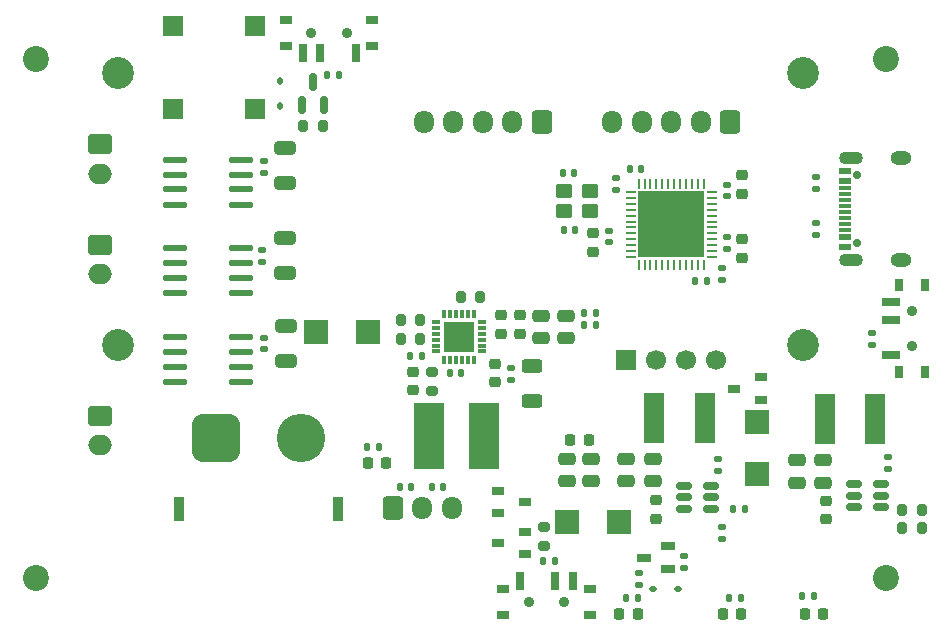
<source format=gbr>
%TF.GenerationSoftware,KiCad,Pcbnew,9.0.2*%
%TF.CreationDate,2025-12-02T02:07:46-05:00*%
%TF.ProjectId,VolleyBot,566f6c6c-6579-4426-9f74-2e6b69636164,rev?*%
%TF.SameCoordinates,Original*%
%TF.FileFunction,Soldermask,Top*%
%TF.FilePolarity,Negative*%
%FSLAX46Y46*%
G04 Gerber Fmt 4.6, Leading zero omitted, Abs format (unit mm)*
G04 Created by KiCad (PCBNEW 9.0.2) date 2025-12-02 02:07:46*
%MOMM*%
%LPD*%
G01*
G04 APERTURE LIST*
G04 Aperture macros list*
%AMRoundRect*
0 Rectangle with rounded corners*
0 $1 Rounding radius*
0 $2 $3 $4 $5 $6 $7 $8 $9 X,Y pos of 4 corners*
0 Add a 4 corners polygon primitive as box body*
4,1,4,$2,$3,$4,$5,$6,$7,$8,$9,$2,$3,0*
0 Add four circle primitives for the rounded corners*
1,1,$1+$1,$2,$3*
1,1,$1+$1,$4,$5*
1,1,$1+$1,$6,$7*
1,1,$1+$1,$8,$9*
0 Add four rect primitives between the rounded corners*
20,1,$1+$1,$2,$3,$4,$5,0*
20,1,$1+$1,$4,$5,$6,$7,0*
20,1,$1+$1,$6,$7,$8,$9,0*
20,1,$1+$1,$8,$9,$2,$3,0*%
G04 Aperture macros list end*
%ADD10RoundRect,0.200000X0.200000X0.275000X-0.200000X0.275000X-0.200000X-0.275000X0.200000X-0.275000X0*%
%ADD11RoundRect,0.250000X-0.650000X0.325000X-0.650000X-0.325000X0.650000X-0.325000X0.650000X0.325000X0*%
%ADD12O,2.050000X0.590000*%
%ADD13RoundRect,0.140000X-0.170000X0.140000X-0.170000X-0.140000X0.170000X-0.140000X0.170000X0.140000X0*%
%ADD14RoundRect,0.250000X-0.475000X0.250000X-0.475000X-0.250000X0.475000X-0.250000X0.475000X0.250000X0*%
%ADD15RoundRect,0.135000X-0.135000X-0.185000X0.135000X-0.185000X0.135000X0.185000X-0.135000X0.185000X0*%
%ADD16RoundRect,0.150000X-0.512500X-0.150000X0.512500X-0.150000X0.512500X0.150000X-0.512500X0.150000X0*%
%ADD17RoundRect,0.135000X0.135000X0.185000X-0.135000X0.185000X-0.135000X-0.185000X0.135000X-0.185000X0*%
%ADD18RoundRect,0.250000X0.475000X-0.250000X0.475000X0.250000X-0.475000X0.250000X-0.475000X-0.250000X0*%
%ADD19RoundRect,0.225000X0.250000X-0.225000X0.250000X0.225000X-0.250000X0.225000X-0.250000X-0.225000X0*%
%ADD20RoundRect,0.062500X-0.375000X-0.062500X0.375000X-0.062500X0.375000X0.062500X-0.375000X0.062500X0*%
%ADD21RoundRect,0.062500X-0.062500X-0.375000X0.062500X-0.375000X0.062500X0.375000X-0.062500X0.375000X0*%
%ADD22R,5.600000X5.600000*%
%ADD23R,2.500000X5.700000*%
%ADD24RoundRect,0.200000X-0.200000X-0.275000X0.200000X-0.275000X0.200000X0.275000X-0.200000X0.275000X0*%
%ADD25R,1.800000X4.200000*%
%ADD26RoundRect,0.250000X-0.600000X-0.725000X0.600000X-0.725000X0.600000X0.725000X-0.600000X0.725000X0*%
%ADD27O,1.700000X1.950000*%
%ADD28RoundRect,0.135000X-0.185000X0.135000X-0.185000X-0.135000X0.185000X-0.135000X0.185000X0.135000X0*%
%ADD29R,1.700000X1.700000*%
%ADD30C,1.700000*%
%ADD31RoundRect,0.140000X0.170000X-0.140000X0.170000X0.140000X-0.170000X0.140000X-0.170000X-0.140000X0*%
%ADD32RoundRect,0.250000X-0.625000X0.312500X-0.625000X-0.312500X0.625000X-0.312500X0.625000X0.312500X0*%
%ADD33RoundRect,0.250000X0.450000X0.350000X-0.450000X0.350000X-0.450000X-0.350000X0.450000X-0.350000X0*%
%ADD34RoundRect,0.225000X-0.250000X0.225000X-0.250000X-0.225000X0.250000X-0.225000X0.250000X0.225000X0*%
%ADD35RoundRect,0.218750X0.218750X0.256250X-0.218750X0.256250X-0.218750X-0.256250X0.218750X-0.256250X0*%
%ADD36R,0.800000X1.000000*%
%ADD37C,0.900000*%
%ADD38R,1.500000X0.700000*%
%ADD39R,2.000000X2.000000*%
%ADD40C,2.200000*%
%ADD41RoundRect,0.135000X0.185000X-0.135000X0.185000X0.135000X-0.185000X0.135000X-0.185000X-0.135000X0*%
%ADD42R,1.250000X0.700000*%
%ADD43RoundRect,0.112500X-0.187500X-0.112500X0.187500X-0.112500X0.187500X0.112500X-0.187500X0.112500X0*%
%ADD44RoundRect,0.140000X-0.140000X-0.170000X0.140000X-0.170000X0.140000X0.170000X-0.140000X0.170000X0*%
%ADD45R,1.000000X0.800000*%
%ADD46RoundRect,0.250000X0.600000X0.725000X-0.600000X0.725000X-0.600000X-0.725000X0.600000X-0.725000X0*%
%ADD47R,0.900000X2.000000*%
%ADD48RoundRect,1.025000X1.025000X1.025000X-1.025000X1.025000X-1.025000X-1.025000X1.025000X-1.025000X0*%
%ADD49C,4.100000*%
%ADD50RoundRect,0.140000X0.140000X0.170000X-0.140000X0.170000X-0.140000X-0.170000X0.140000X-0.170000X0*%
%ADD51RoundRect,0.200000X-0.275000X0.200000X-0.275000X-0.200000X0.275000X-0.200000X0.275000X0.200000X0*%
%ADD52RoundRect,0.250000X-0.750000X0.600000X-0.750000X-0.600000X0.750000X-0.600000X0.750000X0.600000X0*%
%ADD53O,2.000000X1.700000*%
%ADD54C,2.700000*%
%ADD55RoundRect,0.150000X0.150000X-0.587500X0.150000X0.587500X-0.150000X0.587500X-0.150000X-0.587500X0*%
%ADD56RoundRect,0.200000X0.275000X-0.200000X0.275000X0.200000X-0.275000X0.200000X-0.275000X-0.200000X0*%
%ADD57RoundRect,0.218750X-0.256250X0.218750X-0.256250X-0.218750X0.256250X-0.218750X0.256250X0.218750X0*%
%ADD58R,0.700000X1.500000*%
%ADD59R,0.300000X0.700000*%
%ADD60R,0.700000X0.300000*%
%ADD61R,2.600000X2.600000*%
%ADD62RoundRect,0.218750X-0.218750X-0.256250X0.218750X-0.256250X0.218750X0.256250X-0.218750X0.256250X0*%
%ADD63RoundRect,0.112500X0.112500X-0.187500X0.112500X0.187500X-0.112500X0.187500X-0.112500X-0.187500X0*%
%ADD64C,0.700000*%
%ADD65R,1.100000X0.550000*%
%ADD66R,1.100000X0.300000*%
%ADD67O,2.000000X1.100000*%
%ADD68O,1.800000X1.200000*%
%ADD69R,1.800000X1.800000*%
G04 APERTURE END LIST*
D10*
%TO.C,R10*%
X152500000Y-108000000D03*
X150850000Y-108000000D03*
%TD*%
D11*
%TO.C,C36*%
X98600000Y-75850000D03*
X98600000Y-78800000D03*
%TD*%
%TO.C,C19*%
X98700000Y-90925000D03*
X98700000Y-93875000D03*
%TD*%
%TO.C,C16*%
X98600000Y-83450000D03*
X98600000Y-86400000D03*
%TD*%
D12*
%TO.C,U8*%
X94870000Y-95610000D03*
X94870000Y-94330000D03*
X94870000Y-93070000D03*
X94870000Y-91800000D03*
X89330000Y-91800000D03*
X89330000Y-93070000D03*
X89330000Y-94330000D03*
X89330000Y-95610000D03*
%TD*%
%TO.C,U3*%
X94870000Y-80610000D03*
X94870000Y-79330000D03*
X94870000Y-78070000D03*
X94870000Y-76800000D03*
X89330000Y-76800000D03*
X89330000Y-78070000D03*
X89330000Y-79330000D03*
X89330000Y-80610000D03*
%TD*%
%TO.C,U2*%
X94870000Y-88110000D03*
X94870000Y-86830000D03*
X94870000Y-85570000D03*
X94870000Y-84300000D03*
X89330000Y-84300000D03*
X89330000Y-85570000D03*
X89330000Y-86830000D03*
X89330000Y-88110000D03*
%TD*%
D13*
%TO.C,C37*%
X96800000Y-76940000D03*
X96800000Y-77900000D03*
%TD*%
D14*
%TO.C,C15*%
X127500000Y-102150000D03*
X127500000Y-104050000D03*
%TD*%
%TO.C,C25*%
X144200000Y-102250000D03*
X144200000Y-104150000D03*
%TD*%
D15*
%TO.C,R26*%
X109230000Y-93422500D03*
X110250000Y-93422500D03*
%TD*%
D16*
%TO.C,U4*%
X132362500Y-104450000D03*
X132362500Y-105400000D03*
X132362500Y-106350000D03*
X134637500Y-106350000D03*
X134637500Y-105400000D03*
X134637500Y-104450000D03*
%TD*%
D17*
%TO.C,R9*%
X137520000Y-106400000D03*
X136500000Y-106400000D03*
%TD*%
D18*
%TO.C,C30*%
X122400000Y-91947500D03*
X122400000Y-90047500D03*
%TD*%
D10*
%TO.C,R18*%
X115125000Y-88460000D03*
X113475000Y-88460000D03*
%TD*%
D14*
%TO.C,C14*%
X129750000Y-102150000D03*
X129750000Y-104050000D03*
%TD*%
D19*
%TO.C,C23*%
X144450000Y-107250000D03*
X144450000Y-105700000D03*
%TD*%
D20*
%TO.C,U1*%
X127862500Y-79550000D03*
X127862500Y-80050000D03*
X127862500Y-80550000D03*
X127862500Y-81050000D03*
X127862500Y-81550000D03*
X127862500Y-82050000D03*
X127862500Y-82550000D03*
X127862500Y-83050000D03*
X127862500Y-83550000D03*
X127862500Y-84050000D03*
X127862500Y-84550000D03*
X127862500Y-85050000D03*
D21*
X128550000Y-85737500D03*
X129050000Y-85737500D03*
X129550000Y-85737500D03*
X130050000Y-85737500D03*
X130550000Y-85737500D03*
X131050000Y-85737500D03*
X131550000Y-85737500D03*
X132050000Y-85737500D03*
X132550000Y-85737500D03*
X133050000Y-85737500D03*
X133550000Y-85737500D03*
X134050000Y-85737500D03*
D20*
X134737500Y-85050000D03*
X134737500Y-84550000D03*
X134737500Y-84050000D03*
X134737500Y-83550000D03*
X134737500Y-83050000D03*
X134737500Y-82550000D03*
X134737500Y-82050000D03*
X134737500Y-81550000D03*
X134737500Y-81050000D03*
X134737500Y-80550000D03*
X134737500Y-80050000D03*
X134737500Y-79550000D03*
D21*
X134050000Y-78862500D03*
X133550000Y-78862500D03*
X133050000Y-78862500D03*
X132550000Y-78862500D03*
X132050000Y-78862500D03*
X131550000Y-78862500D03*
X131050000Y-78862500D03*
X130550000Y-78862500D03*
X130050000Y-78862500D03*
X129550000Y-78862500D03*
X129050000Y-78862500D03*
X128550000Y-78862500D03*
D22*
X131300000Y-82300000D03*
%TD*%
D23*
%TO.C,L4*%
X110800000Y-100210000D03*
X115500000Y-100190000D03*
%TD*%
D24*
%TO.C,R16*%
X108400000Y-92022500D03*
X110050000Y-92022500D03*
%TD*%
D25*
%TO.C,L1*%
X134150000Y-98650000D03*
X129850000Y-98650000D03*
%TD*%
D14*
%TO.C,C7*%
X122450000Y-102150000D03*
X122450000Y-104050000D03*
%TD*%
D13*
%TO.C,C2*%
X135600000Y-86000000D03*
X135600000Y-86960000D03*
%TD*%
D26*
%TO.C,J4*%
X107750000Y-106305000D03*
D27*
X110250000Y-106305000D03*
X112750000Y-106305000D03*
%TD*%
D14*
%TO.C,C26*%
X141950000Y-102250000D03*
X141950000Y-104150000D03*
%TD*%
D28*
%TO.C,R14*%
X117750000Y-94427500D03*
X117750000Y-95447500D03*
%TD*%
D13*
%TO.C,C4*%
X136000000Y-78940000D03*
X136000000Y-79900000D03*
%TD*%
D19*
%TO.C,C12*%
X130000000Y-107200000D03*
X130000000Y-105650000D03*
%TD*%
D29*
%TO.C,J1*%
X127460000Y-93750000D03*
D30*
X130000000Y-93750000D03*
X132540000Y-93750000D03*
X135080000Y-93750000D03*
%TD*%
D31*
%TO.C,C5*%
X126000000Y-83790000D03*
X126000000Y-82830000D03*
%TD*%
D32*
%TO.C,R19*%
X119550000Y-94300000D03*
X119550000Y-97225000D03*
%TD*%
D33*
%TO.C,Y1*%
X124400000Y-79472000D03*
X122200000Y-79472000D03*
X122200000Y-81172000D03*
X124400000Y-81172000D03*
%TD*%
D31*
%TO.C,C22*%
X126598586Y-79350000D03*
X126598586Y-78390000D03*
%TD*%
D34*
%TO.C,C33*%
X109475000Y-94800000D03*
X109475000Y-96350000D03*
%TD*%
D35*
%TO.C,D2*%
X137252500Y-115240000D03*
X135677500Y-115240000D03*
%TD*%
D36*
%TO.C,SW2*%
X150600000Y-94750000D03*
X152810000Y-94750000D03*
D37*
X151710000Y-92600000D03*
X151710000Y-89600000D03*
D36*
X150600000Y-87450000D03*
X152810000Y-87450000D03*
D38*
X149950000Y-93350000D03*
X149950000Y-90350000D03*
X149950000Y-88850000D03*
%TD*%
D14*
%TO.C,C8*%
X124550000Y-102150000D03*
X124550000Y-104050000D03*
%TD*%
D39*
%TO.C,D1*%
X138550000Y-99025000D03*
X138550000Y-103425000D03*
%TD*%
D31*
%TO.C,C24*%
X149700000Y-102960000D03*
X149700000Y-102000000D03*
%TD*%
D40*
%TO.C,H2*%
X77500000Y-112250000D03*
%TD*%
D41*
%TO.C,R8*%
X135575000Y-108925000D03*
X135575000Y-107905000D03*
%TD*%
D42*
%TO.C,Q3*%
X131000000Y-111450000D03*
X131000000Y-109550000D03*
X129000000Y-110500000D03*
%TD*%
D39*
%TO.C,D12*%
X126900000Y-107450000D03*
X122500000Y-107450000D03*
%TD*%
D43*
%TO.C,D8*%
X129800000Y-113200000D03*
X131900000Y-113200000D03*
%TD*%
D15*
%TO.C,R5*%
X123905000Y-90825000D03*
X124925000Y-90825000D03*
%TD*%
D41*
%TO.C,R2*%
X143600000Y-79300000D03*
X143600000Y-78280000D03*
%TD*%
D44*
%TO.C,C11*%
X133340000Y-87100000D03*
X134300000Y-87100000D03*
%TD*%
D45*
%TO.C,Q1*%
X138950000Y-97150000D03*
X138950000Y-95250000D03*
X136650000Y-96200000D03*
%TD*%
D44*
%TO.C,C10*%
X122240000Y-82800000D03*
X123200000Y-82800000D03*
%TD*%
D46*
%TO.C,J8*%
X120350000Y-73650000D03*
D27*
X117850000Y-73650000D03*
X115350000Y-73650000D03*
X112850000Y-73650000D03*
X110350000Y-73650000D03*
%TD*%
D47*
%TO.C,J3*%
X103100000Y-106350000D03*
X89600000Y-106350000D03*
D48*
X92750000Y-100350000D03*
D49*
X99950000Y-100350000D03*
%TD*%
D40*
%TO.C,H3*%
X149500000Y-112250000D03*
%TD*%
D44*
%TO.C,C3*%
X127828798Y-77606497D03*
X128788798Y-77606497D03*
%TD*%
D18*
%TO.C,C29*%
X120300000Y-91947500D03*
X120300000Y-90047500D03*
%TD*%
D50*
%TO.C,C35*%
X111980000Y-104500000D03*
X111020000Y-104500000D03*
%TD*%
D17*
%TO.C,R6*%
X124925000Y-89775000D03*
X123905000Y-89775000D03*
%TD*%
D15*
%TO.C,R13*%
X142377500Y-113751000D03*
X143397500Y-113751000D03*
%TD*%
D17*
%TO.C,R27*%
X137227500Y-113890000D03*
X136207500Y-113890000D03*
%TD*%
D51*
%TO.C,R7*%
X111075000Y-94750000D03*
X111075000Y-96400000D03*
%TD*%
D17*
%TO.C,R15*%
X128520000Y-113900000D03*
X127500000Y-113900000D03*
%TD*%
D15*
%TO.C,R1*%
X102190000Y-69625000D03*
X103210000Y-69625000D03*
%TD*%
D13*
%TO.C,C18*%
X96800000Y-91900000D03*
X96800000Y-92860000D03*
%TD*%
D52*
%TO.C,J7*%
X82945000Y-98500000D03*
D53*
X82945000Y-101000000D03*
%TD*%
D40*
%TO.C,H4*%
X77500000Y-68250000D03*
%TD*%
D54*
%TO.C,H5*%
X84500000Y-69500000D03*
%TD*%
D55*
%TO.C,Q4*%
X100025000Y-72150000D03*
X101925000Y-72150000D03*
X100975000Y-70275000D03*
%TD*%
D56*
%TO.C,R25*%
X120500000Y-109525000D03*
X120500000Y-107875000D03*
%TD*%
D44*
%TO.C,C34*%
X108340000Y-104500000D03*
X109300000Y-104500000D03*
%TD*%
D46*
%TO.C,J2*%
X136300000Y-73645000D03*
D27*
X133800000Y-73645000D03*
X131300000Y-73645000D03*
X128800000Y-73645000D03*
X126300000Y-73645000D03*
%TD*%
D57*
%TO.C,D3*%
X137300000Y-83537500D03*
X137300000Y-85112500D03*
%TD*%
D35*
%TO.C,FB1*%
X124337500Y-100550000D03*
X122762500Y-100550000D03*
%TD*%
D50*
%TO.C,C9*%
X123080000Y-77972000D03*
X122120000Y-77972000D03*
%TD*%
D35*
%TO.C,D4*%
X144175000Y-115251000D03*
X142600000Y-115251000D03*
%TD*%
D54*
%TO.C,H8*%
X84500000Y-92500000D03*
%TD*%
D24*
%TO.C,R17*%
X108400000Y-90422500D03*
X110050000Y-90422500D03*
%TD*%
D45*
%TO.C,SW3*%
X117100000Y-113150000D03*
X117100000Y-115360000D03*
D37*
X119250000Y-114260000D03*
X122250000Y-114260000D03*
D45*
X124400000Y-113150000D03*
X124400000Y-115360000D03*
D58*
X118500000Y-112500000D03*
X121500000Y-112500000D03*
X123000000Y-112500000D03*
%TD*%
D17*
%TO.C,R21*%
X121510000Y-110800000D03*
X120490000Y-110800000D03*
%TD*%
D39*
%TO.C,D10*%
X101200000Y-91400000D03*
X105600000Y-91400000D03*
%TD*%
D24*
%TO.C,R22*%
X100150000Y-73975000D03*
X101800000Y-73975000D03*
%TD*%
D59*
%TO.C,U7*%
X114600000Y-89860000D03*
X114100000Y-89860000D03*
X113600000Y-89860000D03*
X113100000Y-89860000D03*
X112600000Y-89860000D03*
X112100000Y-89860000D03*
D60*
X111400000Y-90550000D03*
X111400000Y-91050000D03*
X111400000Y-91550000D03*
X111400000Y-92050000D03*
X111400000Y-92550000D03*
X111400000Y-93050000D03*
D59*
X112100000Y-93740000D03*
X112600000Y-93740000D03*
X113100000Y-93740000D03*
X113600000Y-93740000D03*
X114100000Y-93740000D03*
X114600000Y-93740000D03*
D60*
X115300000Y-93050000D03*
X115300000Y-92550000D03*
X115300000Y-92050000D03*
X115300000Y-91550000D03*
X115300000Y-91050000D03*
X115300000Y-90550000D03*
D61*
X113350000Y-91800000D03*
%TD*%
D52*
%TO.C,J6*%
X82945000Y-84000000D03*
D53*
X82945000Y-86500000D03*
%TD*%
D52*
%TO.C,J5*%
X82945000Y-75500000D03*
D53*
X82945000Y-78000000D03*
%TD*%
D17*
%TO.C,R28*%
X106575000Y-101100000D03*
X105555000Y-101100000D03*
%TD*%
D35*
%TO.C,D6*%
X107175000Y-102500000D03*
X105600000Y-102500000D03*
%TD*%
D19*
%TO.C,C28*%
X118500000Y-91547500D03*
X118500000Y-89997500D03*
%TD*%
D62*
%TO.C,D5*%
X126925000Y-115300000D03*
X128500000Y-115300000D03*
%TD*%
D25*
%TO.C,L2*%
X148600000Y-98750000D03*
X144300000Y-98750000D03*
%TD*%
D41*
%TO.C,R12*%
X136000000Y-84345000D03*
X136000000Y-83325000D03*
%TD*%
D40*
%TO.C,H1*%
X149500000Y-68250000D03*
%TD*%
D16*
%TO.C,U5*%
X146812500Y-104300000D03*
X146812500Y-105250000D03*
X146812500Y-106200000D03*
X149087500Y-106200000D03*
X149087500Y-105250000D03*
X149087500Y-104300000D03*
%TD*%
D45*
%TO.C,Q5*%
X118948586Y-110200000D03*
X118948586Y-108300000D03*
X116648586Y-109250000D03*
%TD*%
D63*
%TO.C,D7*%
X98175000Y-72262500D03*
X98175000Y-70162500D03*
%TD*%
D34*
%TO.C,C1*%
X137300000Y-78150000D03*
X137300000Y-79700000D03*
%TD*%
D19*
%TO.C,C32*%
X116350000Y-95622500D03*
X116350000Y-94072500D03*
%TD*%
D64*
%TO.C,USB2*%
X147080000Y-83890000D03*
X147080000Y-78110000D03*
D65*
X146000000Y-84200000D03*
X146000000Y-83400000D03*
D66*
X146000000Y-82750000D03*
X146000000Y-82250000D03*
X146000000Y-81750000D03*
X146000000Y-81250000D03*
X146000000Y-80750000D03*
X146000000Y-80250000D03*
X146000000Y-79750000D03*
X146000000Y-79250000D03*
D65*
X146000000Y-78600000D03*
X146000000Y-77800000D03*
D67*
X146550000Y-85320000D03*
D68*
X150760000Y-85320000D03*
D67*
X146550000Y-76680000D03*
D68*
X150760000Y-76680000D03*
%TD*%
D31*
%TO.C,C13*%
X135250000Y-103130000D03*
X135250000Y-102170000D03*
%TD*%
D28*
%TO.C,R3*%
X143600000Y-82200000D03*
X143600000Y-83220000D03*
%TD*%
D45*
%TO.C,Q2*%
X116650000Y-104850000D03*
X116650000Y-106750000D03*
X118950000Y-105800000D03*
%TD*%
D28*
%TO.C,R4*%
X148300000Y-91490000D03*
X148300000Y-92510000D03*
%TD*%
D13*
%TO.C,C17*%
X96700000Y-84500000D03*
X96700000Y-85460000D03*
%TD*%
D54*
%TO.C,H6*%
X142500000Y-69500000D03*
%TD*%
D19*
%TO.C,C6*%
X124700000Y-84610000D03*
X124700000Y-83060000D03*
%TD*%
%TO.C,C27*%
X116900000Y-91547500D03*
X116900000Y-89997500D03*
%TD*%
D41*
%TO.C,R23*%
X132350000Y-111410000D03*
X132350000Y-110390000D03*
%TD*%
D69*
%TO.C,BUZZER1*%
X96100000Y-72500000D03*
X96100000Y-65520000D03*
X89120000Y-65520000D03*
X89120000Y-72500000D03*
%TD*%
D45*
%TO.C,SW1*%
X106000000Y-67160000D03*
X106000000Y-64950000D03*
D37*
X103850000Y-66050000D03*
X100850000Y-66050000D03*
D45*
X98700000Y-67160000D03*
X98700000Y-64950000D03*
D58*
X104600000Y-67810000D03*
X101600000Y-67810000D03*
X100100000Y-67810000D03*
%TD*%
D10*
%TO.C,R11*%
X152500000Y-106500000D03*
X150850000Y-106500000D03*
%TD*%
D44*
%TO.C,C31*%
X112590000Y-94900000D03*
X113550000Y-94900000D03*
%TD*%
D54*
%TO.C,H7*%
X142500000Y-92500000D03*
%TD*%
D28*
%TO.C,R24*%
X128550000Y-111800000D03*
X128550000Y-112820000D03*
%TD*%
M02*

</source>
